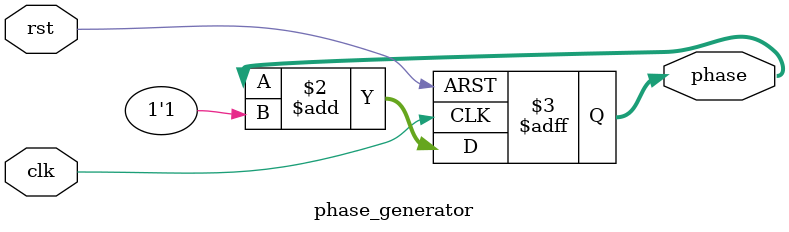
<source format=v>
module phase_generator (
    input wire clk,
    input wire rst,
    output reg [2:0] phase
);

always @(posedge clk or posedge rst) begin
    if (rst)
        phase <= 3'b000;           // Reset to phase 0
    else
        phase <= phase + 1'b1;     // Increment phase each clock cycle
end

endmodule
</source>
